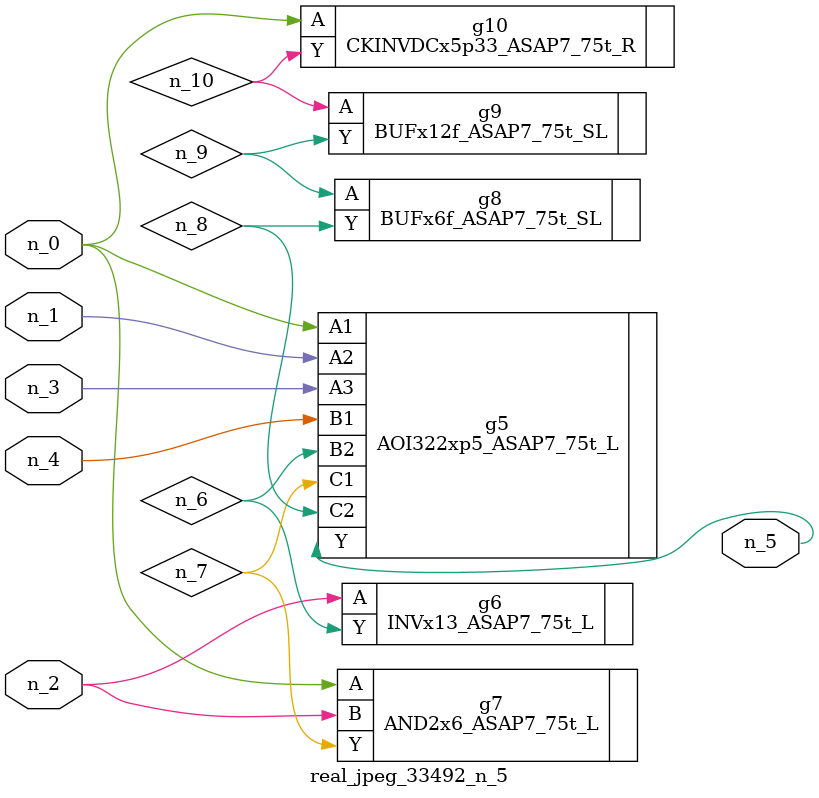
<source format=v>
module real_jpeg_33492_n_5 (n_4, n_0, n_1, n_2, n_3, n_5);

input n_4;
input n_0;
input n_1;
input n_2;
input n_3;

output n_5;

wire n_8;
wire n_6;
wire n_7;
wire n_10;
wire n_9;

AOI322xp5_ASAP7_75t_L g5 ( 
.A1(n_0),
.A2(n_1),
.A3(n_3),
.B1(n_4),
.B2(n_6),
.C1(n_7),
.C2(n_8),
.Y(n_5)
);

AND2x6_ASAP7_75t_L g7 ( 
.A(n_0),
.B(n_2),
.Y(n_7)
);

CKINVDCx5p33_ASAP7_75t_R g10 ( 
.A(n_0),
.Y(n_10)
);

INVx13_ASAP7_75t_L g6 ( 
.A(n_2),
.Y(n_6)
);

BUFx6f_ASAP7_75t_SL g8 ( 
.A(n_9),
.Y(n_8)
);

BUFx12f_ASAP7_75t_SL g9 ( 
.A(n_10),
.Y(n_9)
);


endmodule
</source>
